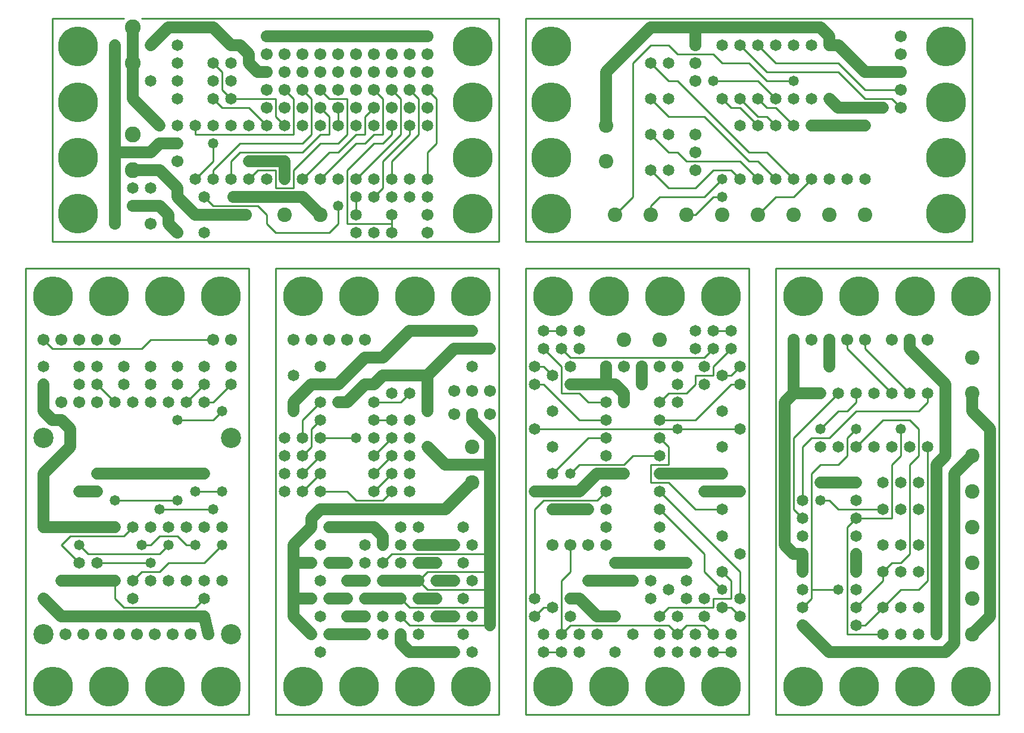
<source format=gbl>
%MOIN*%
%FSLAX25Y25*%
G04 D10 used for Character Trace; *
G04     Circle (OD=.01000) (No hole)*
G04 D11 used for Power Trace; *
G04     Circle (OD=.06700) (No hole)*
G04 D12 used for Signal Trace; *
G04     Circle (OD=.01100) (No hole)*
G04 D13 used for Via; *
G04     Circle (OD=.05800) (Round. Hole ID=.02800)*
G04 D14 used for Component hole; *
G04     Circle (OD=.06500) (Round. Hole ID=.03500)*
G04 D15 used for Component hole; *
G04     Circle (OD=.06700) (Round. Hole ID=.04300)*
G04 D16 used for Component hole; *
G04     Circle (OD=.08100) (Round. Hole ID=.05100)*
G04 D17 used for Component hole; *
G04     Circle (OD=.08900) (Round. Hole ID=.05900)*
G04 D18 used for Component hole; *
G04     Circle (OD=.11300) (Round. Hole ID=.08300)*
G04 D19 used for Component hole; *
G04     Circle (OD=.16000) (Round. Hole ID=.13000)*
G04 D20 used for Component hole; *
G04     Circle (OD=.18300) (Round. Hole ID=.15300)*
G04 D21 used for Component hole; *
G04     Circle (OD=.22291) (Round. Hole ID=.19291)*
%ADD10C,.01000*%
%ADD11C,.06700*%
%ADD12C,.01100*%
%ADD13C,.05800*%
%ADD14C,.06500*%
%ADD15C,.06700*%
%ADD16C,.08100*%
%ADD17C,.08900*%
%ADD18C,.11300*%
%ADD19C,.16000*%
%ADD20C,.18300*%
%ADD21C,.22291*%
%IPPOS*%
%LPD*%
G90*X0Y0D02*D12*X40000D02*X165000D01*Y250000D01*  
X40000D01*Y0D01*D21*X55625Y15625D03*D15*          
X82500Y45000D03*X72500D03*X62500D03*D18*X50000D03*
D21*X86875Y15625D03*D15*X92500Y45000D03*D11*      
X60000Y55000D02*X140000D01*X142500Y45000D01*D15*  
D03*X132500D03*D18*X155000D03*D12*X95000Y60000D02*
X135000D01*X95000D02*X90000Y65000D01*Y75000D01*   
D14*D03*D11*X60000D01*D13*D03*D14*X70000Y85000D03*
D12*X60000Y95000D01*X65000Y100000D01*X95000D01*   
X100000Y105000D01*D14*D03*D12*X105000Y95000D02*   
X110000D01*D13*X105000D03*D12*X110000D02*         
X115000Y100000D01*X125000D01*X130000Y95000D01*    
X135000D01*D13*D03*D14*X140000Y105000D03*         
X130000D03*D12*X120000Y85000D02*X140000D01*       
X115000Y80000D02*X120000Y85000D01*                
X105000Y80000D02*X115000D01*X100000Y75000D02*     
X105000Y80000D01*D14*X100000Y75000D03*D13*        
X110000Y85000D03*D12*X80000D01*D14*D03*D12*       
X75000Y90000D02*X115000D01*X120000Y95000D01*D13*  
D03*D14*X110000Y105000D03*X120000D03*             
X140000Y75000D03*D12*Y85000D02*X150000Y95000D01*  
D13*D03*D14*Y105000D03*X130000Y75000D03*          
X150000D03*D13*X145000Y115000D03*D12*X115000D01*  
D13*D03*X125000Y120000D03*D12*X90000D01*D13*D03*  
D14*X80000Y125000D03*D11*X70000D01*D14*D03*D13*   
X80000Y135000D03*D11*X90000D01*D14*D03*D11*       
X100000D01*D14*D03*D11*X110000D01*D14*D03*D11*    
X120000D01*D14*D03*D11*X130000D01*D14*D03*D11*    
X140000D01*D14*D03*D13*X150000Y125000D03*D12*     
X135000D01*D13*D03*D18*X155000Y155000D03*D12*     
X125000Y165000D02*X145000D01*D13*X125000D03*D14*  
X130000Y175000D03*D12*X140000Y185000D01*D14*D03*  
Y195000D03*Y175000D03*D12*X145000D01*             
X155000Y185000D01*D14*D03*Y195000D03*D13*         
X150000Y170000D03*D12*X145000Y165000D01*D14*      
X125000Y185000D03*X120000Y175000D03*              
X125000Y195000D03*X110000D03*Y185000D03*          
Y175000D03*D12*X55000Y205000D02*X105000D01*       
X55000D02*X50000Y210000D01*D15*D03*X60000D03*D14* 
X50000Y195000D03*X70000D03*D15*Y210000D03*D21*    
X55625Y234375D03*D14*X50000Y185000D03*D11*        
Y170000D01*X55000Y165000D01*X60000D01*            
X65000Y160000D01*Y150000D01*X50000Y135000D01*     
Y105000D01*D13*D03*D11*X90000D01*D14*D03*D12*     
X75000Y90000D02*X70000Y95000D01*D13*D03*D14*      
X100000Y65000D03*D13*X50000D03*D11*               
X60000Y55000D01*D15*X102500Y45000D03*X112500D03*  
D14*X110000Y75000D03*D21*X118125Y15625D03*D15*    
X122500Y45000D03*D14*X120000Y75000D03*D12*        
X135000Y60000D02*X140000Y65000D01*D14*D03*D21*    
X149375Y15625D03*D18*X50000Y155000D03*D14*        
X100000Y175000D03*X90000D03*D12*X80000Y185000D01* 
D14*D03*D15*X70000Y175000D03*D14*X80000Y195000D03*
X70000Y185000D03*D15*X80000Y175000D03*D14*        
X95000Y185000D03*Y195000D03*D15*X60000Y175000D03* 
X90000Y210000D03*X80000D03*D12*X105000Y205000D02* 
X110000Y210000D01*X145000D01*D15*D03*X155000D03*  
D21*X118125Y234375D03*X149375D03*X86875D03*G90*   
X0Y0D02*D12*X180000D02*X305000D01*Y250000D01*     
X180000D01*Y0D01*D21*X195625Y15625D03*D14*        
X205000Y35000D03*X210000Y45000D03*D11*X230000D01* 
D14*D03*X240000Y55000D03*X220000D03*D11*          
X230000D01*D14*D03*X240000Y45000D03*Y65000D03*D11*
X230000D01*D14*D03*X240000Y75000D03*D11*          
X250000D01*D14*D03*D11*X260000D01*D14*D03*D12*    
X265000Y70000D01*X300000D01*D11*Y60000D01*        
Y50000D01*D12*X255000D01*X250000Y55000D01*D14*D03*
D12*X255000Y60000D02*X300000D01*D11*Y70000D02*    
Y80000D01*D12*X265000D01*X260000Y75000D01*D14*    
X270000Y65000D03*D11*X260000D01*D14*D03*D12*      
X255000Y60000D02*X250000Y65000D01*D14*D03*D11*    
X240000D01*D14*X230000Y75000D03*D11*X220000D01*   
D14*D03*X230000Y85000D03*X210000D03*D11*          
X220000D01*D14*D03*X230000Y95000D03*X205000D03*   
Y75000D03*X200000Y105000D03*D11*X190000Y95000D01* 
Y85000D01*Y65000D01*Y55000D01*X200000Y45000D01*   
D14*D03*X205000Y55000D03*X220000Y65000D03*D11*    
X210000D01*D14*D03*X200000D03*D11*X190000D01*D14* 
X200000Y85000D03*D11*X190000D01*D14*              
X210000Y105000D03*D11*X235000D01*                 
X240000Y100000D01*Y95000D01*D14*D03*D12*Y85000D02*
X245000Y90000D01*D14*X240000Y85000D03*D12*        
X245000Y90000D02*X300000D01*D11*Y80000D01*        
Y90000D02*Y140000D01*X275000D01*X265000Y150000D01*
D14*D03*X255000Y155000D03*Y145000D03*Y135000D03*  
Y165000D03*D15*X280000Y168500D03*D14*             
X245000Y165000D03*D12*X235000D01*D14*D03*         
X245000Y155000D03*D12*X235000Y145000D01*D14*D03*  
X245000Y135000D03*D12*X235000Y125000D01*D14*D03*  
D12*X225000Y120000D02*X240000D01*X225000D02*      
X220000Y125000D01*X205000D01*D14*D03*D13*         
X215000Y115000D03*D11*X205000D01*                 
X200000Y110000D01*Y105000D01*X215000Y115000D02*   
X275000D01*X290000Y130000D01*D16*D03*D11*         
X300000Y140000D02*Y155000D01*X290000Y165000D01*   
Y168500D01*D15*D03*X300000Y181500D03*X280000D03*  
X300000Y168500D03*X290000Y181500D03*D16*          
Y150000D03*D11*X265000Y180000D02*Y190000D01*D14*  
Y180000D03*D11*Y170000D01*D14*D03*                
X255000Y180000D03*D12*X250000Y175000D01*          
X235000D01*D14*D03*Y185000D03*D11*X230000D01*     
X220000Y175000D01*X215000D01*D13*D03*D14*         
X205000Y185000D03*D11*X200000D01*                 
X190000Y175000D01*Y170000D01*D14*D03*D12*         
X195000Y155000D02*Y165000D01*D14*Y155000D03*D12*  
Y145000D02*X200000Y150000D01*D14*                 
X195000Y145000D03*D12*X200000Y150000D02*          
Y160000D01*X205000Y165000D01*D14*D03*Y175000D03*  
D12*X195000Y165000D01*D14*X205000Y155000D03*D12*  
X225000D01*D13*D03*D14*X235000D03*                
X205000Y135000D03*D12*X195000Y125000D01*D14*D03*  
X185000Y135000D03*X195000D03*D12*                 
X205000Y145000D01*D14*D03*X185000Y125000D03*      
Y155000D03*Y145000D03*X235000Y135000D03*D12*      
X245000Y145000D01*D14*D03*Y125000D03*D12*         
X240000Y120000D01*D14*X255000Y125000D03*          
X250000Y105000D03*X260000D03*X250000Y95000D03*    
X260000D03*D11*X280000D01*D14*D03*                
X270000Y85000D03*D11*X260000D01*D14*D03*          
X270000Y75000D03*D11*X280000D01*D14*D03*          
X285000Y85000D03*X290000Y75000D03*                
X285000Y65000D03*X260000Y55000D03*                
X290000Y95000D03*X270000Y55000D03*D11*X280000D01* 
D14*D03*X290000D03*X285000Y45000D03*              
X280000Y35000D03*D11*X255000D01*X250000Y40000D01* 
Y45000D01*D14*D03*X260000D03*D21*X226875Y15625D03*
X258125D03*X289375D03*D14*X290000Y35000D03*       
X250000Y85000D03*X285000Y105000D03*               
X245000Y180000D03*D11*X235000Y185000D02*          
X240000Y190000D01*X265000D01*X280000Y205000D01*   
X300000D01*D14*D03*X290000Y215000D03*D11*         
X255000D01*X245000Y205000D01*D13*D03*D11*         
X240000Y200000D01*X230000D01*X225000Y195000D01*   
D14*D03*D11*X215000Y185000D01*X205000D01*D14*     
Y195000D03*X190000Y190000D03*D15*                 
X230000Y210000D03*X220000D03*X210000D03*          
X200000D03*X190000D03*D21*X226875Y234375D03*      
X195625D03*X258125D03*D14*X290000Y195000D03*D21*  
X289375Y234375D03*G90*X0Y0D02*D12*X320000D02*     
X445000D01*Y250000D01*X320000D01*Y0D01*D21*       
X335625Y15625D03*D14*X350000Y35000D03*X340000D03* 
D12*X330000D01*D14*D03*X340000Y45000D03*D12*      
X345000Y50000D01*X400000D01*X405000Y45000D01*D14* 
D03*D12*X410000Y50000D01*X420000D01*              
X425000Y45000D01*D14*D03*X435000Y35000D03*D12*    
X425000D01*D14*D03*X435000Y45000D03*X415000D03*   
Y35000D03*X405000Y55000D03*X440000D03*D12*        
X435000Y60000D01*X430000D01*D14*D03*D12*          
X425000Y65000D02*X435000D01*X425000Y60000D02*     
Y65000D01*X400000Y60000D02*X425000D01*            
X395000Y55000D02*X400000Y60000D01*D14*            
X395000Y55000D03*Y45000D03*X390000Y65000D03*      
X400000Y70000D03*X410000Y65000D03*                
X380000Y45000D03*X410000Y75000D03*                
X395000Y35000D03*X390000Y75000D03*                
X405000Y35000D03*D13*X380000Y75000D03*D11*        
X355000D01*D13*D03*D14*X345000Y65000D03*D11*      
X350000D01*X360000Y55000D01*X370000D01*D13*D03*   
D14*X360000Y45000D03*X370000Y35000D03*            
X350000Y45000D03*D12*X340000Y75000D02*            
X345000Y80000D01*X340000Y45000D02*Y75000D01*D14*  
X345000Y55000D03*X330000Y45000D03*                
X325000Y55000D03*D12*X330000Y60000D01*X335000D01* 
D14*D03*X325000Y65000D03*D12*Y115000D01*          
X330000Y120000D01*X360000D01*X365000Y125000D01*   
D14*D03*D13*X375000Y135000D03*D11*X365000D01*D14* 
D03*D11*X360000D01*X350000Y125000D01*X325000D01*  
D14*D03*X335000Y115000D03*D11*X355000D01*D13*D03* 
D14*X365000Y105000D03*Y115000D03*                 
X335000Y135000D03*D12*X355000Y155000D01*          
X365000D01*D14*D03*Y165000D03*D12*X350000D01*     
X330000Y185000D01*X325000D01*D14*D03*D12*         
X335000Y190000D02*X330000Y195000D01*D14*          
X335000Y190000D03*D12*X340000Y180000D02*          
Y195000D01*Y180000D02*X350000D01*                 
X355000Y175000D01*X365000D01*D14*D03*D11*         
X375000Y180000D02*X370000Y185000D01*              
X375000Y175000D02*Y180000D01*D13*Y175000D03*D14*  
X385000Y185000D03*D11*Y195000D01*D15*D03*         
X395000D03*X375000D03*D12*X395000Y175000D02*      
X400000Y180000D01*D14*X395000Y175000D03*D12*      
X400000Y180000D02*X410000D01*X415000Y185000D01*   
Y190000D01*X425000D01*Y195000D01*                 
X435000Y205000D01*D14*D03*X425000Y215000D03*D12*  
X435000D01*D14*D03*X425000Y205000D03*D12*         
X420000Y200000D01*X345000D01*X340000Y205000D01*   
D14*D03*X350000Y215000D03*X330000D03*D12*         
X340000D01*D14*D03*X350000Y205000D03*X330000D03*  
D12*X340000Y195000D01*D14*X345000D03*D12*         
X325000D02*X330000D01*D14*X325000D03*             
X345000Y185000D03*D11*X365000D01*D14*D03*D11*     
X370000D01*X365000D02*Y195000D01*D15*D03*D16*     
X375000Y210000D03*D14*X395000Y165000D03*D12*      
X415000D01*X435000Y185000D01*X440000D01*D14*D03*  
D12*X430000Y190000D02*X435000D01*D14*X430000D03*  
D12*X435000D02*X440000Y195000D01*D14*D03*         
X420000D03*Y185000D03*X415000Y215000D03*          
Y205000D03*X430000Y170000D03*D13*                 
X405000Y160000D03*D12*X325000D01*D14*D03*         
X335000Y150000D03*Y170000D03*D12*                 
X345000Y135000D02*X350000Y140000D01*D13*          
X345000Y135000D03*D12*X350000Y140000D02*          
X375000D01*X380000Y145000D01*X395000D01*D14*D03*  
D12*X390000Y140000D02*X400000D01*                 
X390000Y130000D02*Y140000D01*Y130000D02*          
X400000D01*X415000Y115000D01*X430000D01*D14*D03*  
X440000Y125000D03*D11*X420000D01*D13*D03*D14*     
X430000Y135000D03*D11*X395000D01*D14*D03*D12*     
X400000Y140000D02*Y150000D01*X395000Y155000D01*   
D14*D03*D12*X405000Y160000D02*X440000D01*D14*D03* 
X430000Y150000D03*D15*X405000Y195000D03*D14*      
Y185000D03*Y175000D03*X395000Y115000D03*D12*      
X420000Y90000D01*Y80000D01*X430000Y70000D01*D13*  
D03*D12*X435000Y65000D02*Y75000D01*               
X430000Y80000D01*D14*D03*X440000Y90000D03*D12*    
Y65000D02*Y80000D01*D14*Y65000D03*D12*Y80000D02*  
X395000Y125000D01*D14*D03*Y105000D03*             
X365000Y95000D03*Y145000D03*X395000Y95000D03*     
X430000Y100000D03*D13*X370000Y85000D03*D11*       
X410000D01*D13*D03*D14*X420000Y65000D03*Y55000D03*
D15*X355000Y95000D03*X345000D03*D12*Y80000D01*D15*
X335000Y95000D03*D21*X366875Y15625D03*X398125D03* 
X429375D03*D16*X395000Y210000D03*D21*             
X429375Y234375D03*X398125D03*X366875D03*          
X335625D03*G90*X0Y0D02*D12*X460000D02*X585000D01* 
Y250000D01*X460000D01*Y0D01*D21*X475625Y15625D03* 
D11*X490000Y35000D02*X555000D01*X560000Y40000D01* 
Y135000D01*X570000Y145000D01*D16*D03*D11*         
X580000Y55000D02*Y160000D01*X570000Y45000D02*     
X580000Y55000D01*D16*X570000Y45000D03*D14*        
X550000Y60000D03*D11*Y45000D01*D14*D03*X540000D03*
D11*X550000Y60000D02*Y80000D01*D14*D03*D11*       
Y95000D01*D14*D03*D11*Y115000D01*D14*D03*D11*     
Y130000D01*D14*D03*D11*Y140000D01*                
X555000Y145000D01*Y185000D01*X535000Y205000D01*   
Y210000D01*D15*D03*X545000D03*X525000D03*D21*     
X538125Y234375D03*D15*X510000Y210000D03*D12*      
Y205000D01*X535000Y180000D01*D14*D03*D12*         
X540000Y170000D02*X545000Y175000D01*              
X505000Y170000D02*X540000D01*X490000Y155000D02*   
X505000Y170000D01*X480000Y155000D02*X490000D01*   
X475000Y150000D02*X480000Y155000D01*              
X475000Y120000D02*Y150000D01*D14*Y120000D03*D12*  
Y110000D02*X470000Y115000D01*D14*                 
X475000Y110000D03*D12*X470000Y115000D02*          
Y155000D01*X495000Y180000D01*D14*D03*D12*         
X500000Y170000D02*X505000Y175000D01*              
X495000Y170000D02*X500000D01*X485000Y160000D02*   
X495000Y170000D01*D13*X485000Y160000D03*D14*      
X495000Y150000D03*X485000D03*D12*                 
X495000Y140000D02*X500000Y145000D01*              
X485000Y140000D02*X495000D01*X480000Y135000D02*   
X485000Y140000D01*X480000Y70000D02*Y135000D01*    
Y65000D02*Y70000D01*X475000Y60000D02*             
X480000Y65000D01*D14*X475000Y60000D03*D12*        
X480000Y70000D02*X495000D01*D13*D03*D14*          
X505000Y60000D03*D12*X520000Y75000D01*Y80000D01*  
D14*D03*D12*X525000Y85000D01*X530000D01*          
X535000Y90000D01*Y140000D01*X540000Y145000D01*    
Y160000D01*X535000Y165000D01*X520000D01*          
X505000Y150000D01*D14*D03*D12*X500000Y145000D02*  
Y155000D01*X505000Y160000D01*D13*D03*D14*         
X515000Y150000D03*D12*X505000Y175000D02*          
Y180000D01*D14*D03*X515000D03*X490000Y195000D03*  
D11*Y210000D01*D15*D03*D12*X525000Y180000D02*     
X500000Y205000D01*D14*X525000Y180000D03*D12*      
X545000Y175000D02*Y180000D01*D14*D03*D13*         
X530000Y160000D03*D12*Y145000D01*                 
X525000Y140000D01*Y110000D01*X505000D01*D14*D03*  
D12*X500000Y105000D01*Y45000D01*X520000D01*D14*   
D03*D12*X505000Y50000D02*X510000D01*D14*          
X505000D03*D12*X510000D02*X520000Y60000D01*D14*   
D03*D12*X530000Y70000D01*X540000D01*              
X545000Y75000D01*Y150000D01*D14*D03*X535000D03*   
X530000Y130000D03*X540000D03*X525000Y150000D03*   
D16*X570000Y125000D03*D13*Y170000D03*D11*         
X580000Y160000D01*X570000Y170000D02*Y180000D01*   
D16*D03*Y200000D03*D14*X520000Y130000D03*D21*     
X569375Y234375D03*X506875D03*D14*                 
X520000Y115000D03*D12*X495000D01*                 
X490000Y120000D01*X485000D01*D13*D03*Y130000D03*  
D11*X505000D01*D13*D03*D14*Y120000D03*            
X530000Y115000D03*X475000Y100000D03*X505000D03*   
X540000Y95000D03*Y115000D03*X520000Y95000D03*     
X530000D03*D11*X470000Y90000D02*X475000D01*D14*   
D03*D11*Y80000D01*D14*D03*Y70000D03*D11*          
X470000Y90000D02*X465000Y95000D01*Y175000D01*     
X470000Y180000D01*X485000D01*D14*D03*             
X470000Y195000D03*D11*Y180000D01*Y195000D02*      
Y210000D01*D15*D03*X480000D03*D21*                
X475625Y234375D03*D12*X500000Y205000D02*          
Y210000D01*D15*D03*D16*X570000Y105000D03*D14*     
X505000Y90000D03*D11*Y80000D01*D14*D03*Y70000D03* 
X530000Y60000D03*Y80000D03*X475000Y50000D03*D11*  
X490000Y35000D01*D21*X506875Y15625D03*D14*        
X530000Y45000D03*D21*X538125Y15625D03*D14*        
X540000Y60000D03*Y80000D03*D21*X569375Y15625D03*  
D16*X570000Y65000D03*Y85000D03*G90*X0Y0D02*D12*   
X55000Y390000D02*Y265000D01*Y390000D02*X95000D01* 
D17*X100000Y385000D03*D11*Y365000D01*D17*D03*D11* 
Y345000D01*X115000Y330000D01*D13*D03*D14*         
X125000Y320000D03*D11*X115000D01*                 
X110000Y315000D01*X90000D01*Y355000D01*D14*D03*   
D11*Y375000D01*D13*D03*D12*X105000Y390000D02*     
X305000D01*Y265000D01*X55000D01*D21*              
X69375Y280625D03*D15*X90000Y275000D03*D11*        
Y315000D01*D17*X100000Y305000D03*D11*X115000D01*  
X125000Y295000D01*Y290000D01*X135000Y280000D01*   
X156500D01*D15*D03*D11*X163500D01*D15*D03*D12*    
X145000Y285000D02*X170000D01*X140000Y290000D02*   
X145000Y285000D01*D14*X140000Y290000D03*          
X145000Y300000D03*D12*Y305000D01*                 
X160000Y320000D01*X195000D01*X200000Y325000D01*   
Y345000D01*X195000Y350000D01*D15*D03*D12*         
X185000D02*X190000Y345000D01*D15*                 
X185000Y350000D03*D12*X190000Y345000D02*          
Y325000D01*X135000D01*Y330000D01*D14*D03*D13*     
X145000Y320000D03*D12*Y310000D01*                 
X135000Y300000D01*D14*D03*D15*X125000Y310000D03*  
D11*X115000Y285000D02*X120000Y280000D01*          
X100000Y285000D02*X115000D01*D15*X100000D03*      
X110000Y275000D03*D14*Y295000D03*X100000D03*D11*  
X120000Y280000D02*Y275000D01*X125000Y270000D01*   
D15*D03*D14*X140000D03*X155000Y300000D03*D12*     
Y310000D01*X160000Y315000D01*X195000D01*          
X205000Y325000D01*X210000D01*Y335000D01*          
X205000Y340000D01*D15*D03*D12*Y350000D02*         
X210000Y345000D01*D15*X205000Y350000D03*D12*      
X210000Y345000D02*X220000D01*Y325000D01*          
X215000Y320000D01*X205000D01*X190000Y305000D01*   
Y295000D01*X180000D01*Y305000D01*X170000D01*      
X165000Y300000D01*D14*D03*D15*X156450Y290000D03*  
D11*X163500D01*D15*D03*D11*X195000D01*            
X205000Y280000D01*D16*D03*D12*X210000Y270000D02*  
X215000Y275000D01*X180000Y270000D02*X210000D01*   
X175000Y275000D02*X180000Y270000D01*              
X175000Y280000D02*Y275000D01*X170000Y285000D02*   
X175000Y280000D01*D14*X185000Y300000D03*D11*      
Y310000D01*X165000D01*D13*D03*D14*                
X175000Y300000D03*X185000Y330000D03*D12*          
X180000Y335000D01*Y345000D01*X155000D01*D14*D03*  
D12*X150000Y350000D01*Y360000D01*                 
X145000Y365000D01*D14*D03*X155000Y355000D03*      
Y375000D03*D11*X145000Y385000D01*X120000D01*      
X110000Y375000D01*D13*D03*D14*X125000Y365000D03*  
Y375000D03*X110000Y355000D03*X125000D03*D10*      
X132129Y382489D02*X137871D01*X132129Y385837D02*   
X137871D01*X135000Y382489D02*Y385837D01*D14*      
X125000Y345000D03*X145000D03*D12*                 
X150000Y340000D01*X165000D01*X175000Y330000D01*   
D14*D03*D15*X185000Y340000D03*X175000D03*D14*     
X165000Y330000D03*X195000D03*D15*                 
X175000Y350000D03*D14*X155000Y330000D03*D15*      
X195000Y340000D03*D14*X205000Y300000D03*D12*      
X225000Y320000D01*X230000D01*X235000Y325000D01*   
X240000D01*Y345000D01*X235000Y350000D01*D15*D03*  
X245000Y340000D03*Y360000D03*X225000D03*          
Y340000D03*X245000Y350000D03*D12*                 
X250000Y345000D01*Y325000D01*X225000Y300000D01*   
D14*D03*D12*X220000Y305000D02*Y275000D01*         
X245000D01*Y280000D01*D14*D03*D12*Y275000D02*     
Y270000D01*D14*D03*X235000D03*X265000Y290000D03*  
X225000D03*D12*Y280000D01*D14*D03*                
X235000Y290000D03*D12*X240000Y295000D01*          
Y310000D01*X255000Y325000D01*Y330000D01*D14*D03*  
D12*X245000Y310000D02*X260000Y325000D01*          
X245000Y310000D02*Y300000D01*D14*D03*             
X255000Y290000D03*Y300000D03*X235000D03*          
X245000Y290000D03*D15*X265000Y280000D03*D14*      
Y300000D03*D12*Y315000D01*X270000Y320000D01*      
Y345000D01*X265000Y350000D01*D15*D03*D12*         
X255000D02*X260000Y345000D01*D15*                 
X255000Y350000D03*D12*X260000Y345000D02*          
Y325000D01*D14*X265000Y330000D03*D15*Y340000D03*  
D14*X245000Y330000D03*D12*Y325000D01*             
X240000Y320000D01*X235000D01*X220000Y305000D01*   
D14*X215000Y300000D03*D12*X195000D02*             
X210000Y315000D01*D14*X195000Y300000D03*D12*      
X210000Y315000D02*X215000D01*X225000Y325000D01*   
X230000D01*Y335000D01*X235000Y340000D01*D15*D03*  
X225000Y350000D03*D14*Y330000D03*X235000D03*D15*  
X255000Y360000D03*X215000D03*Y350000D03*          
X255000Y340000D03*X235000Y360000D03*              
X215000Y340000D03*D12*Y330000D01*D14*D03*         
X205000D03*D15*X185000Y360000D03*X205000D03*      
X195000D03*X255000Y370000D03*X175000D03*          
X245000D03*X175000Y360000D03*D11*X170000D01*      
X165000Y365000D01*Y370000D01*X160000Y375000D01*   
X155000D01*D14*Y365000D03*X145000Y355000D03*D15*  
X175000Y380000D03*D11*X185000D01*D15*D03*D11*     
X195000D01*D15*D03*D11*X205000D01*D15*D03*D11*    
X215000D01*D15*D03*D11*X225000D01*D15*D03*D11*    
X235000D01*D15*D03*D11*X245000D01*D15*D03*D11*    
X255000D01*D15*D03*D11*X265000D01*D15*D03*        
Y370000D03*Y360000D03*D21*X290625Y374375D03*D15*  
X235000Y370000D03*D21*X290625Y343125D03*D15*      
X225000Y370000D03*X215000D03*X205000D03*          
X195000D03*D21*X290625Y311875D03*D15*             
X185000Y370000D03*D13*X215000Y285000D03*D12*      
Y275000D01*D14*X225000Y270000D03*D16*             
X185000Y280000D03*D15*X265000Y270000D03*D14*      
X145000Y330000D03*D21*X290625Y280625D03*D14*      
X125000Y330000D03*D17*X100000Y325000D03*D21*      
X69375Y374375D03*Y343125D03*Y311875D03*G90*       
X0Y0D02*D12*X320000Y390000D02*Y265000D01*         
Y390000D02*X570000D01*Y265000D01*X320000D01*D21*  
X334375Y280625D03*D16*X365000Y310000D03*D21*      
X334375Y311875D03*D16*X370000Y280000D03*D12*      
X380000Y290000D01*Y365000D01*X390000Y375000D01*   
X400000D01*X405000Y370000D01*X425000D01*          
X430000Y365000D01*X445000D01*X455000Y355000D01*   
X470000D01*D13*D03*D14*X480000Y345000D03*D12*     
X450000Y375000D02*X460000Y365000D01*D14*          
X450000Y375000D03*D12*X460000Y365000D02*          
X495000D01*X510000Y350000D01*X530000D01*D15*D03*  
D12*X510000Y345000D02*X525000D01*                 
X495000Y360000D02*X510000Y345000D01*              
X455000Y360000D02*X495000D01*X440000Y375000D02*   
X455000Y360000D01*D14*X440000Y375000D03*          
X430000D03*D13*X425000Y355000D03*D12*X450000D01*  
X460000Y345000D01*D14*D03*D12*X450000D02*         
X455000Y340000D01*D14*X450000Y345000D03*D12*      
X455000Y340000D02*X460000D01*X470000Y330000D01*   
D14*D03*X480000D03*D11*X490000D01*D14*D03*D11*    
X500000D01*D14*D03*D11*X510000D01*D14*D03*D13*    
X520000Y340000D03*D11*X510000D01*D14*D03*D11*     
X495000D01*X490000Y345000D01*D14*D03*X470000D03*  
X510000Y360000D03*D11*X495000Y375000D01*          
X490000D01*D14*D03*D11*Y380000D01*                
X485000Y385000D01*X415000D01*X390000D01*          
X365000Y360000D01*Y330000D01*D16*D03*D14*         
X390000Y305000D03*D12*X400000Y295000D01*          
X415000D01*X425000Y305000D01*X435000D01*          
X440000Y300000D01*D14*D03*D12*X445000Y310000D02*  
X450000D01*X420000Y335000D02*X445000Y310000D01*   
X400000Y335000D02*X420000D01*X390000Y345000D02*   
X400000Y335000D01*D14*X390000Y345000D03*D12*      
Y365000D02*X400000Y355000D01*D14*                 
X390000Y365000D03*D12*X400000Y355000D02*          
X405000D01*X445000Y315000D01*X455000D01*          
X470000Y300000D01*D14*D03*D12*X450000Y280000D02*  
X460000Y290000D01*D16*X450000Y280000D03*D12*      
X460000Y290000D02*X470000D01*X480000Y300000D01*   
D14*D03*X490000D03*D16*X470000Y280000D03*D14*     
X500000Y300000D03*X460000D03*D12*                 
X450000Y310000D01*X410000D02*X440000D01*          
X405000Y315000D02*X410000Y310000D01*              
X400000Y315000D02*X405000D01*X390000Y325000D02*   
X400000Y315000D01*D14*X390000Y325000D03*          
X400000D03*Y345000D03*Y305000D03*D15*X415000D03*  
Y315000D03*Y325000D03*Y355000D03*D12*Y280000D02*  
X425000Y290000D01*X410000Y280000D02*X415000D01*   
D16*X410000D03*D12*X395000Y290000D02*X420000D01*  
X390000Y285000D02*X395000Y290000D01*              
X390000Y285000D02*Y280000D01*D16*D03*D12*         
X420000Y290000D02*X430000Y300000D01*D13*D03*D12*  
X440000Y310000D02*X450000Y300000D01*D14*D03*D16*  
X430000Y280000D03*D13*Y290000D03*D12*X425000D01*  
D14*X460000Y330000D03*D12*X455000Y335000D01*      
X450000D01*X440000Y345000D01*D14*D03*D12*         
X430000D02*X435000Y340000D01*D14*                 
X430000Y345000D03*D12*X435000Y340000D02*          
X440000D01*X450000Y330000D01*D14*D03*X440000D03*  
D15*X415000Y365000D03*D14*X480000Y375000D03*      
X470000D03*X460000D03*D15*X415000D03*D11*         
Y385000D01*D14*X400000Y365000D03*D21*             
X334375Y374375D03*Y343125D03*D14*                 
X510000Y300000D03*D11*Y360000D02*X530000D01*D15*  
D03*Y370000D03*D12*X525000Y345000D02*             
X530000Y340000D01*D15*D03*D21*X555625Y343125D03*  
Y311875D03*Y374375D03*D15*X530000Y380000D03*D16*  
X490000Y280000D03*X510000D03*D21*                 
X555625Y280625D03*M02*                            

</source>
